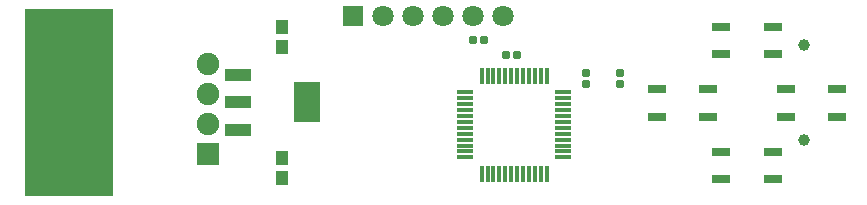
<source format=gbr>
G04 DipTrace 4.3.0.3*
G04 TopMask.gbr*
%MOIN*%
G04 #@! TF.FileFunction,Soldermask,Top*
G04 #@! TF.Part,Single*
%AMOUTLINE1*
4,1,28,
-0.005641,0.013386,
0.005641,0.013386,
0.007554,0.013134,
0.009457,0.012346,
0.011092,0.011092,
0.012346,0.009457,
0.013134,0.007554,
0.013386,0.005641,
0.013386,-0.005641,
0.013134,-0.007554,
0.012346,-0.009457,
0.011092,-0.011092,
0.009457,-0.012346,
0.007554,-0.013134,
0.005641,-0.013386,
-0.005641,-0.013386,
-0.007554,-0.013134,
-0.009457,-0.012346,
-0.011092,-0.011092,
-0.012346,-0.009457,
-0.013134,-0.007554,
-0.013386,-0.005641,
-0.013386,0.005641,
-0.013134,0.007554,
-0.012346,0.009457,
-0.011092,0.011092,
-0.009457,0.012346,
-0.007554,0.013134,
-0.005641,0.013386,
0*%
%AMOUTLINE4*
4,1,28,
0.005641,-0.013386,
-0.005641,-0.013386,
-0.007554,-0.013134,
-0.009457,-0.012346,
-0.011092,-0.011092,
-0.012346,-0.009457,
-0.013134,-0.007554,
-0.013386,-0.005641,
-0.013386,0.005641,
-0.013134,0.007554,
-0.012346,0.009457,
-0.011092,0.011092,
-0.009457,0.012346,
-0.007554,0.013134,
-0.005641,0.013386,
0.005641,0.013386,
0.007554,0.013134,
0.009457,0.012346,
0.011092,0.011092,
0.012346,0.009457,
0.013134,0.007554,
0.013386,0.005641,
0.013386,-0.005641,
0.013134,-0.007554,
0.012346,-0.009457,
0.011092,-0.011092,
0.009457,-0.012346,
0.007554,-0.013134,
0.005641,-0.013386,
0*%
%AMOUTLINE7*
4,1,28,
0.013386,0.005641,
0.013386,-0.005641,
0.013134,-0.007554,
0.012346,-0.009457,
0.011092,-0.011092,
0.009457,-0.012346,
0.007554,-0.013134,
0.005641,-0.013386,
-0.005641,-0.013386,
-0.007554,-0.013134,
-0.009457,-0.012346,
-0.011092,-0.011092,
-0.012346,-0.009457,
-0.013134,-0.007554,
-0.013386,-0.005641,
-0.013386,0.005641,
-0.013134,0.007554,
-0.012346,0.009457,
-0.011092,0.011092,
-0.009457,0.012346,
-0.007554,0.013134,
-0.005641,0.013386,
0.005641,0.013386,
0.007554,0.013134,
0.009457,0.012346,
0.011092,0.011092,
0.012346,0.009457,
0.013134,0.007554,
0.013386,0.005641,
0*%
%AMOUTLINE10*
4,1,28,
-0.013386,-0.005641,
-0.013386,0.005641,
-0.013134,0.007554,
-0.012346,0.009457,
-0.011092,0.011092,
-0.009457,0.012346,
-0.007554,0.013134,
-0.005641,0.013386,
0.005641,0.013386,
0.007554,0.013134,
0.009457,0.012346,
0.011092,0.011092,
0.012346,0.009457,
0.013134,0.007554,
0.013386,0.005641,
0.013386,-0.005641,
0.013134,-0.007554,
0.012346,-0.009457,
0.011092,-0.011092,
0.009457,-0.012346,
0.007554,-0.013134,
0.005641,-0.013386,
-0.005641,-0.013386,
-0.007554,-0.013134,
-0.009457,-0.012346,
-0.011092,-0.011092,
-0.012346,-0.009457,
-0.013134,-0.007554,
-0.013386,-0.005641,
0*%
%AMOUTLINE13*
4,1,28,
0.006035,-0.013386,
-0.006035,-0.013386,
-0.007948,-0.013134,
-0.009851,-0.012346,
-0.011485,-0.011092,
-0.012739,-0.009457,
-0.013528,-0.007554,
-0.01378,-0.005641,
-0.01378,0.005641,
-0.013528,0.007554,
-0.012739,0.009457,
-0.011485,0.011092,
-0.009851,0.012346,
-0.007948,0.013134,
-0.006035,0.013386,
0.006035,0.013386,
0.007948,0.013134,
0.009851,0.012346,
0.011485,0.011092,
0.012739,0.009457,
0.013528,0.007554,
0.01378,0.005641,
0.01378,-0.005641,
0.013528,-0.007554,
0.012739,-0.009457,
0.011485,-0.011092,
0.009851,-0.012346,
0.007948,-0.013134,
0.006035,-0.013386,
0*%
%AMOUTLINE16*
4,1,28,
-0.006035,0.013386,
0.006035,0.013386,
0.007948,0.013134,
0.009851,0.012346,
0.011485,0.011092,
0.012739,0.009457,
0.013528,0.007554,
0.01378,0.005641,
0.01378,-0.005641,
0.013528,-0.007554,
0.012739,-0.009457,
0.011485,-0.011092,
0.009851,-0.012346,
0.007948,-0.013134,
0.006035,-0.013386,
-0.006035,-0.013386,
-0.007948,-0.013134,
-0.009851,-0.012346,
-0.011485,-0.011092,
-0.012739,-0.009457,
-0.013528,-0.007554,
-0.01378,-0.005641,
-0.01378,0.005641,
-0.013528,0.007554,
-0.012739,0.009457,
-0.011485,0.011092,
-0.009851,0.012346,
-0.007948,0.013134,
-0.006035,0.013386,
0*%
%AMOUTLINE19*
4,1,28,
-0.013386,-0.006035,
-0.013386,0.006035,
-0.013134,0.007948,
-0.012346,0.009851,
-0.011092,0.011485,
-0.009457,0.012739,
-0.007554,0.013528,
-0.005641,0.01378,
0.005641,0.01378,
0.007554,0.013528,
0.009457,0.012739,
0.011092,0.011485,
0.012346,0.009851,
0.013134,0.007948,
0.013386,0.006035,
0.013386,-0.006035,
0.013134,-0.007948,
0.012346,-0.009851,
0.011092,-0.011485,
0.009457,-0.012739,
0.007554,-0.013528,
0.005641,-0.01378,
-0.005641,-0.01378,
-0.007554,-0.013528,
-0.009457,-0.012739,
-0.011092,-0.011485,
-0.012346,-0.009851,
-0.013134,-0.007948,
-0.013386,-0.006035,
0*%
%AMOUTLINE22*
4,1,28,
0.013386,0.006035,
0.013386,-0.006035,
0.013134,-0.007948,
0.012346,-0.009851,
0.011092,-0.011485,
0.009457,-0.012739,
0.007554,-0.013528,
0.005641,-0.01378,
-0.005641,-0.01378,
-0.007554,-0.013528,
-0.009457,-0.012739,
-0.011092,-0.011485,
-0.012346,-0.009851,
-0.013134,-0.007948,
-0.013386,-0.006035,
-0.013386,0.006035,
-0.013134,0.007948,
-0.012346,0.009851,
-0.011092,0.011485,
-0.009457,0.012739,
-0.007554,0.013528,
-0.005641,0.01378,
0.005641,0.01378,
0.007554,0.013528,
0.009457,0.012739,
0.011092,0.011485,
0.012346,0.009851,
0.013134,0.007948,
0.013386,0.006035,
0*%
%AMOUTLINE25*
4,1,28,
0.002885,-0.026772,
-0.002885,-0.026772,
-0.004085,-0.026614,
-0.005323,-0.026101,
-0.006387,-0.025285,
-0.007203,-0.024221,
-0.007716,-0.022983,
-0.007874,-0.021783,
-0.007874,0.021783,
-0.007716,0.022983,
-0.007203,0.024221,
-0.006387,0.025285,
-0.005323,0.026101,
-0.004085,0.026614,
-0.002885,0.026772,
0.002885,0.026772,
0.004085,0.026614,
0.005323,0.026101,
0.006387,0.025285,
0.007203,0.024221,
0.007716,0.022983,
0.007874,0.021783,
0.007874,-0.021783,
0.007716,-0.022983,
0.007203,-0.024221,
0.006387,-0.025285,
0.005323,-0.026101,
0.004085,-0.026614,
0.002885,-0.026772,
0*%
%AMOUTLINE28*
4,1,28,
0.026772,0.002885,
0.026772,-0.002885,
0.026614,-0.004085,
0.026101,-0.005323,
0.025285,-0.006387,
0.024221,-0.007203,
0.022983,-0.007716,
0.021783,-0.007874,
-0.021783,-0.007874,
-0.022983,-0.007716,
-0.024221,-0.007203,
-0.025285,-0.006387,
-0.026101,-0.005323,
-0.026614,-0.004085,
-0.026772,-0.002885,
-0.026772,0.002885,
-0.026614,0.004085,
-0.026101,0.005323,
-0.025285,0.006387,
-0.024221,0.007203,
-0.022983,0.007716,
-0.021783,0.007874,
0.021783,0.007874,
0.022983,0.007716,
0.024221,0.007203,
0.025285,0.006387,
0.026101,0.005323,
0.026614,0.004085,
0.026772,0.002885,
0*%
%AMOUTLINE31*
4,1,28,
-0.002885,0.026772,
0.002885,0.026772,
0.004085,0.026614,
0.005323,0.026101,
0.006387,0.025285,
0.007203,0.024221,
0.007716,0.022983,
0.007874,0.021783,
0.007874,-0.021783,
0.007716,-0.022983,
0.007203,-0.024221,
0.006387,-0.025285,
0.005323,-0.026101,
0.004085,-0.026614,
0.002885,-0.026772,
-0.002885,-0.026772,
-0.004085,-0.026614,
-0.005323,-0.026101,
-0.006387,-0.025285,
-0.007203,-0.024221,
-0.007716,-0.022983,
-0.007874,-0.021783,
-0.007874,0.021783,
-0.007716,0.022983,
-0.007203,0.024221,
-0.006387,0.025285,
-0.005323,0.026101,
-0.004085,0.026614,
-0.002885,0.026772,
0*%
%AMOUTLINE34*
4,1,28,
-0.026772,-0.002885,
-0.026772,0.002885,
-0.026614,0.004085,
-0.026101,0.005323,
-0.025285,0.006387,
-0.024221,0.007203,
-0.022983,0.007716,
-0.021783,0.007874,
0.021783,0.007874,
0.022983,0.007716,
0.024221,0.007203,
0.025285,0.006387,
0.026101,0.005323,
0.026614,0.004085,
0.026772,0.002885,
0.026772,-0.002885,
0.026614,-0.004085,
0.026101,-0.005323,
0.025285,-0.006387,
0.024221,-0.007203,
0.022983,-0.007716,
0.021783,-0.007874,
-0.021783,-0.007874,
-0.022983,-0.007716,
-0.024221,-0.007203,
-0.025285,-0.006387,
-0.026101,-0.005323,
-0.026614,-0.004085,
-0.026772,-0.002885,
0*%
%ADD26R,0.070866X0.070866*%
%ADD27C,0.070866*%
%ADD32C,0.03937*%
%ADD37R,0.088583X0.13189*%
%ADD39R,0.088583X0.041339*%
%ADD41R,0.062992X0.031496*%
%ADD43C,0.074803*%
%ADD44R,0.074803X0.074803*%
%ADD55R,0.259843X0.074803*%
%ADD57R,0.043307X0.047244*%
%ADD64OUTLINE1*%
%ADD67OUTLINE4*%
%ADD70OUTLINE7*%
%ADD73OUTLINE10*%
%ADD76OUTLINE13*%
%ADD79OUTLINE16*%
%ADD82OUTLINE19*%
%ADD85OUTLINE22*%
%ADD88OUTLINE25*%
%ADD91OUTLINE28*%
%ADD94OUTLINE31*%
%ADD97OUTLINE34*%
%FSLAX26Y26*%
G04*
G70*
G90*
G75*
G01*
G04 TopMask*
%LPD*%
D57*
X1247441Y564665D3*
Y497736D3*
Y935238D3*
Y1002167D3*
D64*
X1996297Y908997D3*
D67*
X2032911D3*
D70*
X2375566Y846383D3*
D73*
Y809769D3*
G36*
X683883Y1062451D2*
X390920D1*
Y437451D1*
X683883D1*
Y1062451D1*
G37*
D55*
X540576Y499951D3*
Y599951D3*
Y699951D3*
Y799951D3*
Y899951D3*
Y999951D3*
D32*
X2987451Y624951D3*
Y939912D3*
D26*
X1484941Y1037451D3*
D27*
X1584941D3*
X1684941D3*
X1784941D3*
X1884941D3*
X1984941D3*
D44*
X1001285Y576614D3*
D43*
Y676614D3*
Y776614D3*
Y876614D3*
D76*
X1921997Y956201D3*
D79*
X1885383D3*
D82*
X2263066Y809769D3*
D85*
Y846383D3*
D41*
X2713262Y912083D3*
Y1002634D3*
X2883932D3*
Y912083D3*
X2497638Y702707D3*
Y793259D3*
X2668307D3*
Y702707D3*
X2928888D3*
Y793259D3*
X3099558D3*
Y702707D3*
X2713262Y493333D3*
Y583885D3*
X2883932D3*
Y493333D3*
D88*
X2130709Y837550D3*
X2111024D3*
X2091339D3*
X2071654D3*
X2051969D3*
X2032283D3*
X2012598D3*
X1992913D3*
X1973228D3*
X1953543D3*
X1933858D3*
X1914173D3*
D91*
X1859843Y783219D3*
Y763534D3*
Y743849D3*
Y724164D3*
Y704479D3*
Y684794D3*
Y665109D3*
Y645424D3*
Y625739D3*
Y606054D3*
Y586369D3*
Y566684D3*
D94*
X1914173Y512353D3*
X1933858D3*
X1953543D3*
X1973228D3*
X1992913D3*
X2012598D3*
X2032283D3*
X2051969D3*
X2071654D3*
X2091339D3*
X2111024D3*
X2130709D3*
D97*
X2185039Y566684D3*
Y586369D3*
Y606054D3*
Y625739D3*
Y645424D3*
Y665109D3*
Y684794D3*
Y704479D3*
Y724164D3*
Y743849D3*
Y763534D3*
Y783219D3*
D39*
X1102207Y840503D3*
Y749951D3*
Y659400D3*
D37*
X1330554Y749951D3*
M02*

</source>
